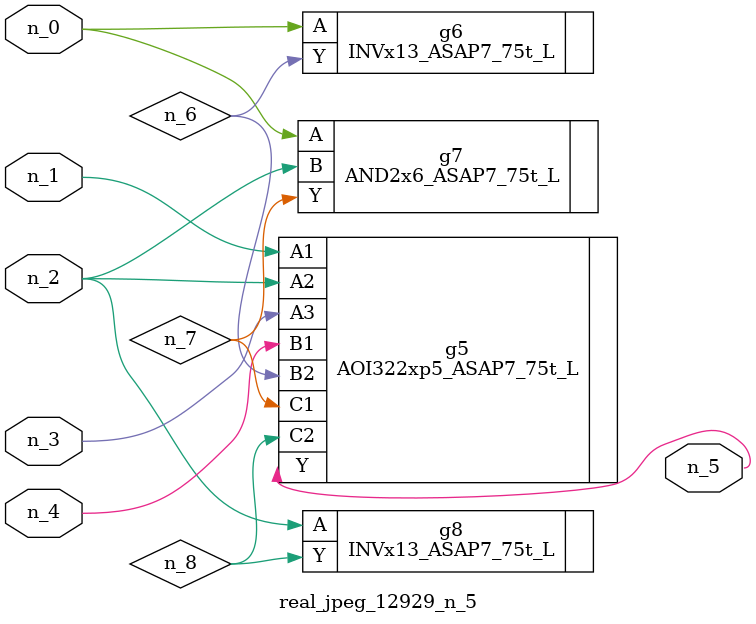
<source format=v>
module real_jpeg_12929_n_5 (n_4, n_0, n_1, n_2, n_3, n_5);

input n_4;
input n_0;
input n_1;
input n_2;
input n_3;

output n_5;

wire n_8;
wire n_6;
wire n_7;

INVx13_ASAP7_75t_L g6 ( 
.A(n_0),
.Y(n_6)
);

AND2x6_ASAP7_75t_L g7 ( 
.A(n_0),
.B(n_2),
.Y(n_7)
);

AOI322xp5_ASAP7_75t_L g5 ( 
.A1(n_1),
.A2(n_2),
.A3(n_3),
.B1(n_4),
.B2(n_6),
.C1(n_7),
.C2(n_8),
.Y(n_5)
);

INVx13_ASAP7_75t_L g8 ( 
.A(n_2),
.Y(n_8)
);


endmodule
</source>
